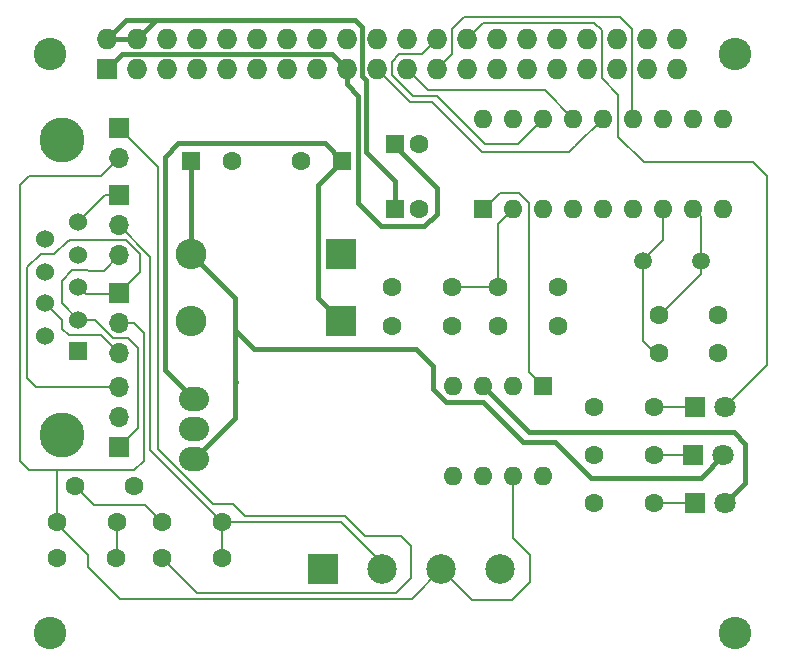
<source format=gbl>
G04 #@! TF.FileFunction,Copper,L2,Bot,Signal*
%FSLAX46Y46*%
G04 Gerber Fmt 4.6, Leading zero omitted, Abs format (unit mm)*
G04 Created by KiCad (PCBNEW 4.0.5) date 01/25/17 19:42:47*
%MOMM*%
%LPD*%
G01*
G04 APERTURE LIST*
%ADD10C,0.200000*%
%ADD11O,2.540000X2.032000*%
%ADD12R,2.600000X2.600000*%
%ADD13O,2.600000X2.600000*%
%ADD14R,1.600000X1.600000*%
%ADD15C,1.600000*%
%ADD16C,2.500000*%
%ADD17R,2.500000X2.500000*%
%ADD18C,2.750000*%
%ADD19R,1.727200X1.727200*%
%ADD20O,1.727200X1.727200*%
%ADD21R,1.800000X1.800000*%
%ADD22C,1.800000*%
%ADD23C,3.810000*%
%ADD24R,1.524000X1.524000*%
%ADD25C,1.524000*%
%ADD26R,1.700000X1.700000*%
%ADD27O,1.700000X1.700000*%
%ADD28O,1.600000X1.600000*%
%ADD29C,1.500000*%
%ADD30C,0.400000*%
%ADD31C,0.254000*%
G04 APERTURE END LIST*
D10*
D11*
X32981900Y-52273200D03*
X32981900Y-54813200D03*
X32981900Y-49733200D03*
D12*
X45402500Y-37426900D03*
D13*
X32702500Y-37426900D03*
D12*
X45402500Y-43141900D03*
D13*
X32702500Y-43141900D03*
D14*
X49974500Y-33616900D03*
D15*
X51974500Y-33616900D03*
D14*
X32702500Y-29552900D03*
D15*
X36202500Y-29552900D03*
D16*
X58878500Y-64122300D03*
X53878500Y-64122300D03*
D17*
X43878500Y-64122300D03*
D16*
X48878500Y-64122300D03*
D18*
X20752500Y-69516900D03*
X78752500Y-69516900D03*
X78752500Y-20516900D03*
X20752500Y-20516900D03*
D19*
X25590500Y-21805900D03*
D20*
X25590500Y-19265900D03*
X28130500Y-21805900D03*
X28130500Y-19265900D03*
X30670500Y-21805900D03*
X30670500Y-19265900D03*
X33210500Y-21805900D03*
X33210500Y-19265900D03*
X35750500Y-21805900D03*
X35750500Y-19265900D03*
X38290500Y-21805900D03*
X38290500Y-19265900D03*
X40830500Y-21805900D03*
X40830500Y-19265900D03*
X43370500Y-21805900D03*
X43370500Y-19265900D03*
X45910500Y-21805900D03*
X45910500Y-19265900D03*
X48450500Y-21805900D03*
X48450500Y-19265900D03*
X50990500Y-21805900D03*
X50990500Y-19265900D03*
X53530500Y-21805900D03*
X53530500Y-19265900D03*
X56070500Y-21805900D03*
X56070500Y-19265900D03*
X58610500Y-21805900D03*
X58610500Y-19265900D03*
X61150500Y-21805900D03*
X61150500Y-19265900D03*
X63690500Y-21805900D03*
X63690500Y-19265900D03*
X66230500Y-21805900D03*
X66230500Y-19265900D03*
X68770500Y-21805900D03*
X68770500Y-19265900D03*
X71310500Y-21805900D03*
X71310500Y-19265900D03*
X73850500Y-21805900D03*
X73850500Y-19265900D03*
D14*
X49974500Y-28155900D03*
D15*
X51974500Y-28155900D03*
X22910800Y-57111900D03*
X27910800Y-57111900D03*
X26352500Y-63207900D03*
X21352500Y-63207900D03*
X72326500Y-42633900D03*
X77326500Y-42633900D03*
X72326500Y-45808900D03*
X77326500Y-45808900D03*
D21*
X75374500Y-58508900D03*
D22*
X77914500Y-58508900D03*
D21*
X75247500Y-54444900D03*
D22*
X77787500Y-54444900D03*
D21*
X75374500Y-50380900D03*
D22*
X77914500Y-50380900D03*
D23*
X21780500Y-27774900D03*
X21780500Y-52793900D03*
D24*
X23177500Y-45681900D03*
D25*
X23177500Y-43014900D03*
X23177500Y-40220900D03*
X23177500Y-37553900D03*
X23177500Y-34759900D03*
X20383500Y-44411900D03*
X20383500Y-41617900D03*
X20383500Y-38950900D03*
X20383500Y-36156900D03*
D26*
X26606500Y-32473900D03*
D27*
X26606500Y-35013900D03*
X26606500Y-37553900D03*
D26*
X26606500Y-26758900D03*
D27*
X26606500Y-29298900D03*
D26*
X26606500Y-40728900D03*
D27*
X26606500Y-43268900D03*
X26606500Y-45808900D03*
D26*
X26606500Y-53809900D03*
D27*
X26606500Y-51269900D03*
X26606500Y-48729900D03*
D15*
X58737500Y-40220900D03*
X63817500Y-40220900D03*
X63817500Y-43522900D03*
X58737500Y-43522900D03*
X49720500Y-40220900D03*
X54800500Y-40220900D03*
X49720500Y-43522900D03*
X54800500Y-43522900D03*
X66865500Y-58508900D03*
X71945500Y-58508900D03*
X35369500Y-60159900D03*
X30289500Y-60159900D03*
X21399500Y-60159900D03*
X26479500Y-60159900D03*
X66865500Y-54444900D03*
X71945500Y-54444900D03*
X30289500Y-63207900D03*
X35369500Y-63207900D03*
X66865500Y-50380900D03*
X71945500Y-50380900D03*
D14*
X57467500Y-33616900D03*
D28*
X77787500Y-25996900D03*
X60007500Y-33616900D03*
X75247500Y-25996900D03*
X62547500Y-33616900D03*
X72707500Y-25996900D03*
X65087500Y-33616900D03*
X70167500Y-25996900D03*
X67627500Y-33616900D03*
X67627500Y-25996900D03*
X70167500Y-33616900D03*
X65087500Y-25996900D03*
X72707500Y-33616900D03*
X62547500Y-25996900D03*
X75247500Y-33616900D03*
X60007500Y-25996900D03*
X77787500Y-33616900D03*
X57467500Y-25996900D03*
D14*
X62471300Y-48615600D03*
D28*
X54851300Y-56235600D03*
X59931300Y-48615600D03*
X57391300Y-56235600D03*
X57391300Y-48615600D03*
X59931300Y-56235600D03*
X54851300Y-48615600D03*
X62471300Y-56235600D03*
D29*
X75869800Y-37985700D03*
X70989800Y-37985700D03*
D14*
X45529500Y-29552900D03*
D15*
X42029500Y-29552900D03*
D30*
X77914500Y-58508900D02*
X77952600Y-58508900D01*
X77952600Y-58508900D02*
X79603600Y-56857900D01*
X79603600Y-56857900D02*
X79603600Y-53479700D01*
X79603600Y-53479700D02*
X78651100Y-52527200D01*
X78651100Y-52527200D02*
X61302900Y-52527200D01*
X61302900Y-52527200D02*
X57391300Y-48615600D01*
X25590500Y-19265900D02*
X28130500Y-19265900D01*
X29768800Y-17627600D02*
X27228800Y-17627600D01*
X27228800Y-17627600D02*
X25590500Y-19265900D01*
X46609000Y-17627600D02*
X29768800Y-17627600D01*
X49974500Y-31280100D02*
X47498000Y-28803600D01*
X47498000Y-28803600D02*
X47498000Y-22686290D01*
X47498000Y-22686290D02*
X47180500Y-22368790D01*
X47180500Y-22368790D02*
X47180500Y-18199100D01*
X47180500Y-18199100D02*
X46609000Y-17627600D01*
X49974500Y-33616900D02*
X49974500Y-31280100D01*
X29768800Y-17627600D02*
X28130500Y-19265900D01*
X25590500Y-21805900D02*
X25605740Y-21805900D01*
X25605740Y-21805900D02*
X26873200Y-20538440D01*
X26873200Y-20538440D02*
X44643040Y-20538440D01*
X44643040Y-20538440D02*
X45910500Y-21805900D01*
X49974500Y-28155900D02*
X49974500Y-28257500D01*
X49974500Y-28257500D02*
X53530500Y-31813500D01*
X45910500Y-23075900D02*
X45910500Y-21805900D01*
X46850300Y-24015700D02*
X45910500Y-23075900D01*
X46850300Y-33134300D02*
X46850300Y-24015700D01*
X48806100Y-35090100D02*
X46850300Y-33134300D01*
X52451000Y-35090100D02*
X48806100Y-35090100D01*
X53530500Y-34010600D02*
X52451000Y-35090100D01*
X53530500Y-31813500D02*
X53530500Y-34010600D01*
D10*
X48450500Y-21805900D02*
X51244500Y-24599900D01*
X65214500Y-28282900D02*
X67627500Y-25996900D01*
X64706500Y-28790900D02*
X65214500Y-28282900D01*
X57340500Y-28790900D02*
X64706500Y-28790900D01*
X53149500Y-24599900D02*
X57340500Y-28790900D01*
X51244500Y-24599900D02*
X53149500Y-24599900D01*
X65087500Y-25996900D02*
X62674500Y-23583900D01*
X52768414Y-23580604D02*
X50990500Y-21805900D01*
X62674500Y-23583900D02*
X52768414Y-23580604D01*
X69024500Y-17360900D02*
X55816500Y-17360900D01*
X70040500Y-18376900D02*
X69024500Y-17360900D01*
X70040500Y-25869900D02*
X70040500Y-18376900D01*
X54800500Y-20535900D02*
X53530500Y-21805900D01*
X54800500Y-18376900D02*
X54800500Y-20535900D01*
X55816500Y-17360900D02*
X54800500Y-18376900D01*
X70167500Y-25996900D02*
X70040500Y-25869900D01*
X51498500Y-24091900D02*
X53530500Y-24091900D01*
X49720500Y-21170900D02*
X49720500Y-22313900D01*
X49720500Y-22313900D02*
X51498500Y-24091900D01*
X53530500Y-19265900D02*
X52260500Y-20535900D01*
X50355500Y-20535900D02*
X49720500Y-21170900D01*
X52260500Y-20535900D02*
X50355500Y-20535900D01*
X60388500Y-28155900D02*
X62547500Y-25996900D01*
X57594500Y-28155900D02*
X60388500Y-28155900D01*
X53530500Y-24091900D02*
X57594500Y-28155900D01*
X56070500Y-19265900D02*
X57467500Y-17868900D01*
X81470500Y-46824900D02*
X77914500Y-50380900D01*
X81470500Y-30822900D02*
X81470500Y-46824900D01*
X80327500Y-29679900D02*
X81470500Y-30822900D01*
X71056500Y-29679900D02*
X80327500Y-29679900D01*
X68897500Y-27520900D02*
X71056500Y-29679900D01*
X68897500Y-23964900D02*
X68897500Y-27520900D01*
X67500500Y-22567900D02*
X68897500Y-23964900D01*
X67500500Y-18503900D02*
X67500500Y-22567900D01*
X66865500Y-17868900D02*
X67500500Y-18503900D01*
X57467500Y-17868900D02*
X66865500Y-17868900D01*
D31*
X58642500Y-19246900D02*
X58502500Y-19246900D01*
D30*
X77787500Y-54444900D02*
X77787500Y-54483000D01*
X77787500Y-54483000D02*
X75882500Y-56388000D01*
X75882500Y-56388000D02*
X66611500Y-56388000D01*
X66611500Y-56388000D02*
X63563500Y-53340000D01*
X63563500Y-53340000D02*
X60833000Y-53340000D01*
X60833000Y-53340000D02*
X57467500Y-49974500D01*
X57467500Y-49974500D02*
X54292500Y-49974500D01*
X54292500Y-49974500D02*
X53213000Y-48895000D01*
X53213000Y-48895000D02*
X53213000Y-46926500D01*
X53213000Y-46926500D02*
X51752500Y-45466000D01*
X51752500Y-45466000D02*
X38036500Y-45466000D01*
X38036500Y-45466000D02*
X36449000Y-43878500D01*
X32702500Y-37426900D02*
X32702500Y-29552900D01*
X32981900Y-54813200D02*
X32981900Y-54800500D01*
X32981900Y-54800500D02*
X36449000Y-51333400D01*
X36449000Y-51333400D02*
X36449000Y-48260000D01*
X32702500Y-37426900D02*
X32727900Y-37426900D01*
X32727900Y-37426900D02*
X36449000Y-41148000D01*
X36449000Y-48260000D02*
X36512500Y-48260000D01*
X36449000Y-41148000D02*
X36449000Y-43878500D01*
X36449000Y-43878500D02*
X36449000Y-48260000D01*
X32702500Y-37426900D02*
X33108900Y-37426900D01*
D10*
X32981900Y-54800500D02*
X36512500Y-51269900D01*
X36512500Y-51269900D02*
X36512500Y-48260000D01*
X30289500Y-60159900D02*
X30276800Y-60159900D01*
X30276800Y-60159900D02*
X28790900Y-58674000D01*
X28790900Y-58674000D02*
X24472900Y-58674000D01*
X24472900Y-58674000D02*
X22910800Y-57111900D01*
X26352500Y-63207900D02*
X26479500Y-63080900D01*
X26479500Y-63080900D02*
X26479500Y-60159900D01*
X75869800Y-37985700D02*
X75869800Y-34239200D01*
X75869800Y-34239200D02*
X75247500Y-33616900D01*
X72326500Y-42633900D02*
X72377300Y-42633900D01*
X72377300Y-42633900D02*
X75869800Y-39141400D01*
X75869800Y-39141400D02*
X75869800Y-37985700D01*
X20383500Y-36156900D02*
X20510500Y-36283900D01*
X71945500Y-58508900D02*
X75374500Y-58508900D01*
X71945500Y-54444900D02*
X75247500Y-54444900D01*
X75374500Y-50380900D02*
X71945500Y-50380900D01*
X21399500Y-60159900D02*
X21399500Y-60286900D01*
X21399500Y-60286900D02*
X24028400Y-62915800D01*
X51389300Y-66611500D02*
X53878500Y-64122300D01*
X26708100Y-66611500D02*
X51389300Y-66611500D01*
X24028400Y-63931800D02*
X26708100Y-66611500D01*
X24028400Y-62915800D02*
X24028400Y-63931800D01*
X59931300Y-56235600D02*
X59931300Y-61455300D01*
X56507400Y-66751200D02*
X53878500Y-64122300D01*
X59880500Y-66751200D02*
X56507400Y-66751200D01*
X61404500Y-65227200D02*
X59880500Y-66751200D01*
X61404500Y-62928500D02*
X61404500Y-65227200D01*
X59931300Y-61455300D02*
X61404500Y-62928500D01*
X21399500Y-60159900D02*
X21399500Y-55714900D01*
X18986500Y-30822900D02*
X25082500Y-30822900D01*
X18224500Y-54952900D02*
X18224500Y-31584900D01*
X18224500Y-31584900D02*
X18986500Y-30822900D01*
X18986500Y-55714900D02*
X18224500Y-54952900D01*
X21399500Y-55714900D02*
X18986500Y-55714900D01*
X25082500Y-30822900D02*
X26606500Y-29298900D01*
X26606500Y-43268900D02*
X27876500Y-43268900D01*
X27876500Y-43268900D02*
X28765500Y-44157900D01*
X28765500Y-44157900D02*
X28765500Y-54952900D01*
X28765500Y-54952900D02*
X27876500Y-55714900D01*
X27876500Y-55714900D02*
X21399500Y-55714900D01*
X35369500Y-60159900D02*
X29273500Y-54063900D01*
X29273500Y-37680900D02*
X26606500Y-35013900D01*
X29273500Y-54063900D02*
X29273500Y-37680900D01*
X35369500Y-60159900D02*
X45449500Y-60159900D01*
X45449500Y-60159900D02*
X48878500Y-63588900D01*
X35369500Y-63207900D02*
X35369500Y-60159900D01*
X23177500Y-43014900D02*
X24574500Y-43014900D01*
X28257500Y-52158900D02*
X26606500Y-53809900D01*
X28257500Y-45427900D02*
X28257500Y-52158900D01*
X27368500Y-44538900D02*
X28257500Y-45427900D01*
X26098500Y-44538900D02*
X27368500Y-44538900D01*
X24574500Y-43014900D02*
X26098500Y-44538900D01*
X23177500Y-43014900D02*
X21780500Y-41617900D01*
X25349493Y-38836632D02*
X26606500Y-37553900D01*
X22669213Y-38829934D02*
X25349493Y-38836632D01*
X21780500Y-39712900D02*
X22669213Y-38829934D01*
X21780500Y-41617900D02*
X21780500Y-39712900D01*
X26606500Y-40728900D02*
X26479500Y-40855900D01*
X26479500Y-40855900D02*
X23812500Y-40855900D01*
X23812500Y-40855900D02*
X23177500Y-40220900D01*
X22275800Y-36372800D02*
X22542500Y-36283900D01*
X20002500Y-37426900D02*
X21145500Y-37426900D01*
X21145500Y-37426900D02*
X22275800Y-36372800D01*
X26606500Y-48729900D02*
X19621500Y-48729900D01*
X18859500Y-38569900D02*
X20002500Y-37426900D01*
X18859500Y-47967900D02*
X18859500Y-38569900D01*
X19621500Y-48729900D02*
X18859500Y-47967900D01*
X28384500Y-38950900D02*
X26606500Y-40728900D01*
X28384500Y-37426900D02*
X28384500Y-38950900D01*
X27241500Y-36283900D02*
X28384500Y-37426900D01*
X22542500Y-36283900D02*
X27241500Y-36283900D01*
X23177500Y-34759900D02*
X25463500Y-32473900D01*
X25463500Y-32473900D02*
X26606500Y-32473900D01*
X22415500Y-44284900D02*
X21780500Y-43776900D01*
X25082500Y-44284900D02*
X22415500Y-44284900D01*
X26606500Y-45808900D02*
X25082500Y-44284900D01*
X21780500Y-43014900D02*
X20383500Y-41617900D01*
X21780500Y-43776900D02*
X21780500Y-43014900D01*
X51371500Y-62191900D02*
X51371500Y-64858900D01*
X33210500Y-66128900D02*
X50101500Y-66128900D01*
X50101500Y-66128900D02*
X51371500Y-64858900D01*
X30289500Y-63207900D02*
X33210500Y-66128900D01*
X45783500Y-59651900D02*
X47434500Y-61302900D01*
X47434500Y-61302900D02*
X50482500Y-61302900D01*
X50482500Y-61302900D02*
X51371500Y-62191900D01*
X29908500Y-30060900D02*
X29908500Y-53936900D01*
X29908500Y-53936900D02*
X34607500Y-58635900D01*
X29908500Y-30060900D02*
X26606500Y-26758900D01*
X36258500Y-58635900D02*
X37274500Y-59651900D01*
X34607500Y-58635900D02*
X36258500Y-58635900D01*
X37274500Y-59651900D02*
X45783500Y-59651900D01*
X58737500Y-40220900D02*
X54800500Y-40220900D01*
X60007500Y-33616900D02*
X58737500Y-34886900D01*
X58737500Y-34886900D02*
X58737500Y-40220900D01*
X62471300Y-48615600D02*
X61302900Y-47447200D01*
X58851800Y-32270700D02*
X57505600Y-33616900D01*
X60464700Y-32270700D02*
X58851800Y-32270700D01*
X61302900Y-33108900D02*
X60464700Y-32270700D01*
X61302900Y-47447200D02*
X61302900Y-33108900D01*
X57505600Y-33616900D02*
X57467500Y-33616900D01*
X72326500Y-45808900D02*
X72034400Y-45808900D01*
X72034400Y-45808900D02*
X70989800Y-44764300D01*
X70989800Y-44764300D02*
X70989800Y-37985700D01*
X70929500Y-38061900D02*
X72707500Y-36283900D01*
X72707500Y-36283900D02*
X72707500Y-33616900D01*
D30*
X45529500Y-29552900D02*
X45504100Y-29552900D01*
X45504100Y-29552900D02*
X43434000Y-31623000D01*
X43434000Y-41173400D02*
X45402500Y-43141900D01*
X43434000Y-31623000D02*
X43434000Y-41173400D01*
X32981900Y-49733200D02*
X32969200Y-49733200D01*
X32969200Y-49733200D02*
X30480000Y-47244000D01*
X30480000Y-47244000D02*
X30480000Y-29210000D01*
X30480000Y-29210000D02*
X31623000Y-28067000D01*
X31623000Y-28067000D02*
X44043600Y-28067000D01*
X44043600Y-28067000D02*
X45529500Y-29552900D01*
D10*
X45529500Y-29552900D02*
X45427900Y-29552900D01*
X45529500Y-29552900D02*
X45529500Y-29083000D01*
M02*

</source>
